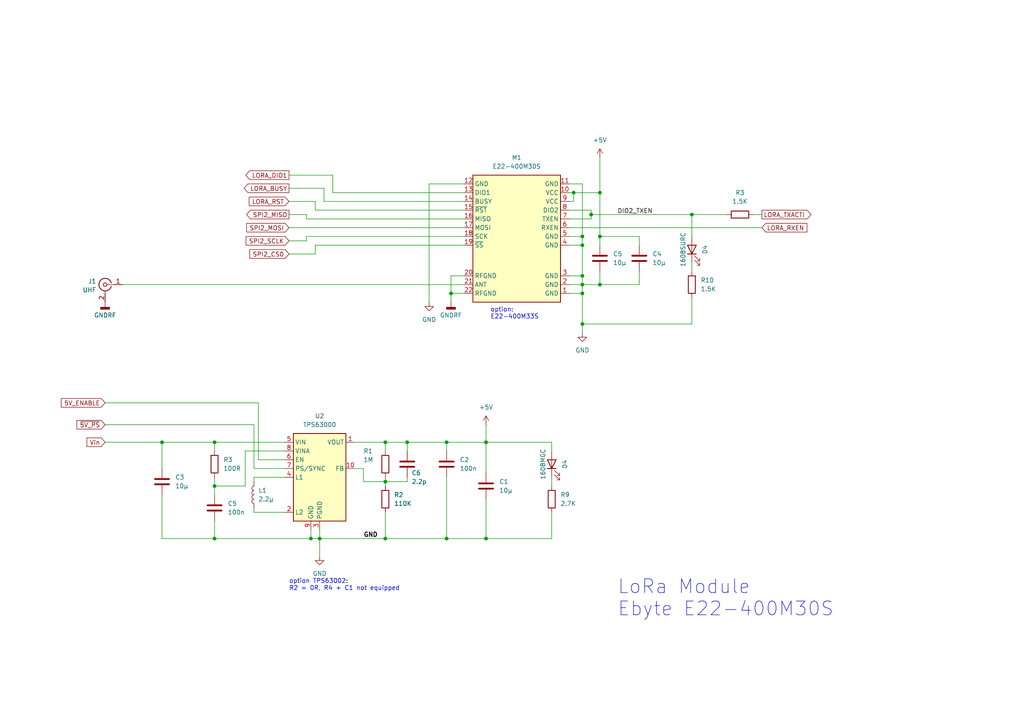
<source format=kicad_sch>
(kicad_sch (version 20230121) (generator eeschema)
  (paper "A4")
  (lib_symbols
    (symbol "Connector:Conn_Coaxial" (pin_names (offset 1.016) hide)
      (property "Reference" "J" (at 0.254 3.048 0))
      (property "Value" "Conn_Coaxial" (at 2.921 0 90))
      (symbol "Conn_Coaxial_0_1"
        (arc (start -1.778 -0.508) (mid 0.2311 -1.8066) (end 1.778 0) (stroke (width 0.254)))
        (polyline (pts (xy -2.54 0) (xy -0.508 0)))
        (polyline (pts (xy 0 -2.54) (xy 0 -1.778)))
        (circle (center 0 0) (radius 0.508) (stroke (width 0.2032)))
        (arc (start 1.778 0) (mid 0.2099 1.8101) (end -1.778 0.508) (stroke (width 0.254)))
      )
      (symbol "Conn_Coaxial_1_1"
        (pin passive line (at -5.08 0 0) (length 2.54) (name "In") (number "1"))
        (pin passive line (at 0 -5.08 90) (length 2.54) (name "Ext") (number "2"))
      )
    )
    (symbol "DO1FJN:E22-400M30S"
      (property "Reference" "M" (at -11.43 20.32 0))
      (property "Value" "E22-400M30S" (at -5.08 -19.05 0))
      (symbol "E22-400M30S_1_1"
        (rectangle (start -12.7 19.05) (end 12.7 -17.78) (stroke (width 0.25)) (fill (type background)))
        (pin power_in line (at 15.24 -15.24 180) (length 2.54) (name "GND") (number "1"))
        (pin power_in line (at 15.24 13.97 180) (length 2.54) (name "VCC") (number "10"))
        (pin power_in line (at 15.24 16.51 180) (length 2.54) (name "GND") (number "11"))
        (pin power_in line (at -15.24 16.51 0) (length 2.54) (name "GND") (number "12"))
        (pin bidirectional line (at -15.24 13.97 0) (length 2.54) (name "DIO1") (number "13"))
        (pin output line (at -15.24 11.43 0) (length 2.54) (name "BUSY") (number "14"))
        (pin input line (at -15.24 8.89 0) (length 2.54) (name "~{RST}") (number "15"))
        (pin output line (at -15.24 6.35 0) (length 2.54) (name "MISO") (number "16"))
        (pin input line (at -15.24 3.81 0) (length 2.54) (name "MOSI") (number "17"))
        (pin input line (at -15.24 1.27 0) (length 2.54) (name "SCK") (number "18"))
        (pin input line (at -15.24 -1.27 0) (length 2.54) (name "~{SS}") (number "19"))
        (pin power_in line (at 15.24 -12.7 180) (length 2.54) (name "GND") (number "2"))
        (pin power_in line (at -15.24 -10.16 0) (length 2.54) (name "RFGND") (number "20"))
        (pin passive line (at -15.24 -12.7 0) (length 2.54) (name "ANT") (number "21"))
        (pin power_in line (at -15.24 -15.24 0) (length 2.54) (name "RFGND") (number "22"))
        (pin power_in line (at 15.24 -10.16 180) (length 2.54) (name "GND") (number "3"))
        (pin power_in line (at 15.24 -1.27 180) (length 2.54) (name "GND") (number "4"))
        (pin power_in line (at 15.24 1.27 180) (length 2.54) (name "GND") (number "5"))
        (pin input line (at 15.24 3.81 180) (length 2.54) (name "RXEN") (number "6"))
        (pin input line (at 15.24 6.35 180) (length 2.54) (name "TXEN") (number "7"))
        (pin bidirectional line (at 15.24 8.89 180) (length 2.54) (name "DIO2") (number "8"))
        (pin power_in line (at 15.24 11.43 180) (length 2.54) (name "VCC") (number "9"))
      )
    )
    (symbol "DO1FJN:GNDRF" (power) (pin_names (offset 0))
      (property "Value" "GNDRF" (at 0 -3.175 0))
      (symbol "GNDRF_0_1"
        (rectangle (start -1.27 -1.524) (end 1.27 -2.032) (stroke (width 0.254)) (fill (type outline)))
        (polyline (pts (xy 0 0) (xy 0 -1.524)))
      )
      (symbol "GNDRF_1_1"
        (pin power_in line (at 0 0 270) (length 0) hide (name "GNDRF") (number "1"))
      )
    )
    (symbol "Device:C" (pin_numbers hide) (pin_names (offset 0.254))
      (property "Reference" "C" (at 0.635 2.54 0))
      (property "Value" "C" (at 0.635 -2.54 0))
      (symbol "C_0_1"
        (polyline (pts (xy -2.032 -0.762) (xy 2.032 -0.762)) (stroke (width 0.508)))
        (polyline (pts (xy -2.032 0.762) (xy 2.032 0.762)) (stroke (width 0.508)))
      )
      (symbol "C_1_1"
        (pin passive line (at 0 3.81 270) (length 2.794) (name "~") (number "1"))
        (pin passive line (at 0 -3.81 90) (length 2.794) (name "~") (number "2"))
      )
    )
    (symbol "Device:L" (pin_numbers hide) (pin_names (offset 1.016) hide)
      (property "Reference" "L" (at -1.27 0 90))
      (property "Value" "L" (at 1.905 0 90))
      (symbol "L_0_1"
        (arc (start 0 -2.54) (mid 0.6323 -1.905) (end 0 -1.27))
        (arc (start 0 -1.27) (mid 0.6323 -0.635) (end 0 0))
        (arc (start 0 0) (mid 0.6323 0.635) (end 0 1.27))
        (arc (start 0 1.27) (mid 0.6323 1.905) (end 0 2.54))
      )
      (symbol "L_1_1"
        (pin passive line (at 0 3.81 270) (length 1.27) (name "1") (number "1"))
        (pin passive line (at 0 -3.81 90) (length 1.27) (name "2") (number "2"))
      )
    )
    (symbol "Device:LED" (pin_numbers hide) (pin_names (offset 1.016) hide)
      (property "Reference" "D" (at 0 2.54 0))
      (property "Value" "LED" (at 0 -2.54 0))
      (symbol "LED_0_1"
        (polyline (pts (xy -1.27 -1.27) (xy -1.27 1.27)) (stroke (width 0.254)))
        (polyline (pts (xy -1.27 0) (xy 1.27 0)))
        (polyline (pts (xy 1.27 -1.27) (xy 1.27 1.27) (xy -1.27 0) (xy 1.27 -1.27)) (stroke (width 0.254)))
        (polyline (pts (xy -3.048 -0.762) (xy -4.572 -2.286) (xy -3.81 -2.286) (xy -4.572 -2.286) (xy -4.572 -1.524)))
        (polyline (pts (xy -1.778 -0.762) (xy -3.302 -2.286) (xy -2.54 -2.286) (xy -3.302 -2.286) (xy -3.302 -1.524)))
      )
      (symbol "LED_1_1"
        (pin passive line (at -3.81 0 0) (length 2.54) (name "K") (number "1"))
        (pin passive line (at 3.81 0 180) (length 2.54) (name "A") (number "2"))
      )
    )
    (symbol "Device:R" (pin_numbers hide) (pin_names (offset 0))
      (property "Reference" "R" (at 2.032 0 90))
      (property "Value" "R" (at 0 0 90))
      (symbol "R_0_1"
        (rectangle (start -1.016 -2.54) (end 1.016 2.54) (stroke (width 0.254)))
      )
      (symbol "R_1_1"
        (pin passive line (at 0 3.81 270) (length 1.27) (name "~") (number "1"))
        (pin passive line (at 0 -3.81 90) (length 1.27) (name "~") (number "2"))
      )
    )
    (symbol "Regulator_Switching:TPS63000"
      (property "Reference" "U" (at -7.62 13.97 0))
      (property "Value" "TPS63000" (at 5.08 13.97 0))
      (symbol "TPS63000_0_1"
        (rectangle (start -7.62 12.7) (end 7.62 -12.7) (stroke (width 0.254)) (fill (type background)))
      )
      (symbol "TPS63000_1_1"
        (pin power_out line (at 10.16 10.16 180) (length 2.54) (name "VOUT") (number "1"))
        (pin input line (at 10.16 2.54 180) (length 2.54) (name "FB") (number "10"))
        (pin passive line (at 0 -15.24 90) (length 2.54) hide (name "PGND") (number "11"))
        (pin input line (at -10.16 -10.16 0) (length 2.54) (name "L2") (number "2"))
        (pin power_in line (at 0 -15.24 90) (length 2.54) (name "PGND") (number "3"))
        (pin input line (at -10.16 0 0) (length 2.54) (name "L1") (number "4"))
        (pin power_in line (at -10.16 10.16 0) (length 2.54) (name "VIN") (number "5"))
        (pin input line (at -10.16 5.08 0) (length 2.54) (name "EN") (number "6"))
        (pin input line (at -10.16 2.54 0) (length 2.54) (name "PS/SYNC") (number "7"))
        (pin power_in line (at -10.16 7.62 0) (length 2.54) (name "VINA") (number "8"))
        (pin power_in line (at -2.54 -15.24 90) (length 2.54) (name "GND") (number "9"))
      )
    )
    (symbol "power:+5V" (power) (pin_names (offset 0))
      (property "Value" "+5V" (at 0 3.556 0))
      (symbol "+5V_0_1"
        (polyline (pts (xy -0.762 1.27) (xy 0 2.54)))
        (polyline (pts (xy 0 0) (xy 0 2.54)))
        (polyline (pts (xy 0 2.54) (xy 0.762 1.27)))
      )
      (symbol "+5V_1_1"
        (pin power_in line (at 0 0 90) (length 0) hide (name "+5V") (number "1"))
      )
    )
    (symbol "power:GND" (power) (pin_names (offset 0))
      (property "Value" "GND" (at 0 -3.81 0))
      (symbol "GND_0_1"
        (polyline (pts (xy 0 0) (xy 0 -1.27) (xy 1.27 -1.27) (xy 0 -2.54) (xy -1.27 -1.27) (xy 0 -1.27)))
      )
      (symbol "GND_1_1"
        (pin power_in line (at 0 0 270) (length 0) hide (name "GND") (number "1"))
      )
    )
  )
  (junction (at 140.97 156.21))
  (junction (at 129.54 128.27))
  (junction (at 90.17 156.21))
  (junction (at 62.23 156.21))
  (junction (at 111.76 139.7))
  (junction (at 168.91 71.12))
  (junction (at 130.81 85.09))
  (junction (at 173.99 55.88))
  (junction (at 111.76 128.27))
  (junction (at 200.66 62.23))
  (junction (at 168.91 93.98))
  (junction (at 118.11 128.27))
  (junction (at 46.99 128.27))
  (junction (at 168.91 82.55))
  (junction (at 168.91 68.58))
  (junction (at 62.23 140.97))
  (junction (at 62.23 128.27))
  (junction (at 173.99 82.55))
  (junction (at 140.97 128.27))
  (junction (at 111.76 156.21))
  (junction (at 92.71 156.21))
  (junction (at 166.37 55.88))
  (junction (at 173.99 68.58))
  (junction (at 168.91 85.09))
  (junction (at 129.54 156.21))
  (junction (at 168.91 80.01))
  (junction (at 171.45 62.23))
  (wire (pts (xy 111.76 156.21) (xy 129.54 156.21)))
  (wire (pts (xy 111.76 128.27) (xy 118.11 128.27)))
  (wire (pts (xy 160.02 138.43) (xy 160.02 140.97)))
  (wire (pts (xy 62.23 156.21) (xy 90.17 156.21)))
  (wire (pts (xy 168.91 85.09) (xy 168.91 82.55)))
  (wire (pts (xy 118.11 138.43) (xy 118.11 139.7)))
  (wire (pts (xy 111.76 138.43) (xy 111.76 139.7)))
  (wire (pts (xy 111.76 128.27) (xy 102.87 128.27)))
  (wire (pts (xy 82.55 135.89) (xy 73.66 135.89)))
  (wire (pts (xy 88.9 62.23) (xy 88.9 63.5)))
  (wire (pts (xy 46.99 128.27) (xy 62.23 128.27)))
  (wire (pts (xy 168.91 82.55) (xy 168.91 80.01)))
  (wire (pts (xy 46.99 128.27) (xy 46.99 135.89)))
  (wire (pts (xy 73.66 138.43) (xy 73.66 139.7)))
  (wire (pts (xy 168.91 71.12) (xy 168.91 80.01)))
  (wire (pts (xy 111.76 156.21) (xy 111.76 148.59)))
  (wire (pts (xy 173.99 45.72) (xy 173.99 55.88)))
  (wire (pts (xy 92.71 153.67) (xy 92.71 156.21)))
  (wire (pts (xy 140.97 144.78) (xy 140.97 156.21)))
  (wire (pts (xy 130.81 85.09) (xy 130.81 80.01)))
  (wire (pts (xy 71.12 130.81) (xy 71.12 140.97)))
  (wire (pts (xy 200.66 76.2) (xy 200.66 78.74)))
  (wire (pts (xy 168.91 53.34) (xy 168.91 68.58)))
  (wire (pts (xy 30.48 128.27) (xy 46.99 128.27)))
  (wire (pts (xy 166.37 55.88) (xy 173.99 55.88)))
  (wire (pts (xy 102.87 135.89) (xy 105.41 135.89)))
  (wire (pts (xy 82.55 138.43) (xy 73.66 138.43)))
  (wire (pts (xy 96.52 50.8) (xy 96.52 55.88)))
  (wire (pts (xy 90.17 156.21) (xy 92.71 156.21)))
  (wire (pts (xy 129.54 128.27) (xy 129.54 130.81)))
  (wire (pts (xy 91.44 73.66) (xy 91.44 71.12)))
  (wire (pts (xy 93.98 54.61) (xy 93.98 58.42)))
  (wire (pts (xy 165.1 68.58) (xy 168.91 68.58)))
  (wire (pts (xy 129.54 138.43) (xy 129.54 156.21)))
  (wire (pts (xy 218.44 62.23) (xy 220.98 62.23)))
  (wire (pts (xy 140.97 128.27) (xy 140.97 137.16)))
  (wire (pts (xy 91.44 71.12) (xy 134.62 71.12)))
  (wire (pts (xy 105.41 135.89) (xy 105.41 139.7)))
  (wire (pts (xy 93.98 58.42) (xy 134.62 58.42)))
  (wire (pts (xy 118.11 128.27) (xy 118.11 130.81)))
  (wire (pts (xy 62.23 151.13) (xy 62.23 156.21)))
  (wire (pts (xy 83.82 66.04) (xy 134.62 66.04)))
  (wire (pts (xy 71.12 130.81) (xy 82.55 130.81)))
  (wire (pts (xy 166.37 55.88) (xy 166.37 58.42)))
  (wire (pts (xy 165.1 58.42) (xy 166.37 58.42)))
  (wire (pts (xy 171.45 62.23) (xy 171.45 63.5)))
  (wire (pts (xy 30.48 116.84) (xy 74.93 116.84)))
  (wire (pts (xy 200.66 86.36) (xy 200.66 93.98)))
  (wire (pts (xy 88.9 68.58) (xy 134.62 68.58)))
  (wire (pts (xy 111.76 139.7) (xy 111.76 140.97)))
  (wire (pts (xy 35.56 82.55) (xy 134.62 82.55)))
  (wire (pts (xy 130.81 87.63) (xy 130.81 85.09)))
  (wire (pts (xy 73.66 135.89) (xy 73.66 123.19)))
  (wire (pts (xy 88.9 63.5) (xy 134.62 63.5)))
  (wire (pts (xy 165.1 85.09) (xy 168.91 85.09)))
  (wire (pts (xy 140.97 123.19) (xy 140.97 128.27)))
  (wire (pts (xy 173.99 68.58) (xy 185.42 68.58)))
  (wire (pts (xy 62.23 138.43) (xy 62.23 140.97)))
  (wire (pts (xy 118.11 128.27) (xy 129.54 128.27)))
  (wire (pts (xy 168.91 96.52) (xy 168.91 93.98)))
  (wire (pts (xy 83.82 50.8) (xy 96.52 50.8)))
  (wire (pts (xy 130.81 80.01) (xy 134.62 80.01)))
  (wire (pts (xy 200.66 62.23) (xy 200.66 68.58)))
  (wire (pts (xy 46.99 156.21) (xy 62.23 156.21)))
  (wire (pts (xy 124.46 53.34) (xy 134.62 53.34)))
  (wire (pts (xy 82.55 148.59) (xy 73.66 148.59)))
  (wire (pts (xy 171.45 63.5) (xy 165.1 63.5)))
  (wire (pts (xy 171.45 60.96) (xy 171.45 62.23)))
  (wire (pts (xy 30.48 123.19) (xy 73.66 123.19)))
  (wire (pts (xy 82.55 133.35) (xy 74.93 133.35)))
  (wire (pts (xy 91.44 58.42) (xy 91.44 60.96)))
  (wire (pts (xy 73.66 148.59) (xy 73.66 147.32)))
  (wire (pts (xy 83.82 58.42) (xy 91.44 58.42)))
  (wire (pts (xy 83.82 69.85) (xy 88.9 69.85)))
  (wire (pts (xy 91.44 60.96) (xy 134.62 60.96)))
  (wire (pts (xy 160.02 128.27) (xy 140.97 128.27)))
  (wire (pts (xy 165.1 80.01) (xy 168.91 80.01)))
  (wire (pts (xy 160.02 148.59) (xy 160.02 156.21)))
  (wire (pts (xy 165.1 55.88) (xy 166.37 55.88)))
  (wire (pts (xy 173.99 78.74) (xy 173.99 82.55)))
  (wire (pts (xy 71.12 140.97) (xy 62.23 140.97)))
  (wire (pts (xy 165.1 82.55) (xy 168.91 82.55)))
  (wire (pts (xy 92.71 156.21) (xy 111.76 156.21)))
  (wire (pts (xy 165.1 60.96) (xy 171.45 60.96)))
  (wire (pts (xy 124.46 53.34) (xy 124.46 87.63)))
  (wire (pts (xy 185.42 78.74) (xy 185.42 82.55)))
  (wire (pts (xy 83.82 54.61) (xy 93.98 54.61)))
  (wire (pts (xy 62.23 128.27) (xy 62.23 130.81)))
  (wire (pts (xy 171.45 62.23) (xy 200.66 62.23)))
  (wire (pts (xy 46.99 143.51) (xy 46.99 156.21)))
  (wire (pts (xy 200.66 93.98) (xy 168.91 93.98)))
  (wire (pts (xy 160.02 156.21) (xy 140.97 156.21)))
  (wire (pts (xy 130.81 85.09) (xy 134.62 85.09)))
  (wire (pts (xy 140.97 128.27) (xy 129.54 128.27)))
  (wire (pts (xy 165.1 66.04) (xy 220.98 66.04)))
  (wire (pts (xy 173.99 68.58) (xy 173.99 71.12)))
  (wire (pts (xy 140.97 156.21) (xy 129.54 156.21)))
  (wire (pts (xy 173.99 82.55) (xy 185.42 82.55)))
  (wire (pts (xy 111.76 139.7) (xy 118.11 139.7)))
  (wire (pts (xy 173.99 55.88) (xy 173.99 68.58)))
  (wire (pts (xy 200.66 62.23) (xy 210.82 62.23)))
  (wire (pts (xy 168.91 68.58) (xy 168.91 71.12)))
  (wire (pts (xy 90.17 153.67) (xy 90.17 156.21)))
  (wire (pts (xy 160.02 130.81) (xy 160.02 128.27)))
  (wire (pts (xy 96.52 55.88) (xy 134.62 55.88)))
  (wire (pts (xy 83.82 62.23) (xy 88.9 62.23)))
  (wire (pts (xy 62.23 128.27) (xy 82.55 128.27)))
  (wire (pts (xy 168.91 93.98) (xy 168.91 85.09)))
  (wire (pts (xy 111.76 128.27) (xy 111.76 130.81)))
  (wire (pts (xy 105.41 139.7) (xy 111.76 139.7)))
  (wire (pts (xy 74.93 133.35) (xy 74.93 116.84)))
  (wire (pts (xy 168.91 82.55) (xy 173.99 82.55)))
  (wire (pts (xy 168.91 53.34) (xy 165.1 53.34)))
  (wire (pts (xy 92.71 156.21) (xy 92.71 161.29)))
  (wire (pts (xy 185.42 71.12) (xy 185.42 68.58)))
  (wire (pts (xy 62.23 140.97) (xy 62.23 143.51)))
  (wire (pts (xy 88.9 69.85) (xy 88.9 68.58)))
  (wire (pts (xy 83.82 73.66) (xy 91.44 73.66)))
  (wire (pts (xy 165.1 71.12) (xy 168.91 71.12)))
  (text "LoRa Module\nEbyte E22-400M30S" (at 179.07 179.07 0) (effects (font (size 4 4)) (justify left bottom)))
  (text "option:\nE22-400M33S" (at 142.24 92.71 0) (effects (font (size 1.27 1.27)) (justify left bottom)))
  (text "option TPS63002:\nR2 = 0R, R4 + C1 not equipped\n" (at 83.82 171.45 0) (effects (font (size 1.27 1.27)) (justify left bottom)))
  (label "DIO2_TXEN" (at 179.07 62.23 0))
  (label "GND" (at 105.41 156.21 0) (effects (font bold)))
  (global_label "LORA_RXEN" (shape input) (at 220.98 66.04 0) (property "Intersheetrefs" "${INTERSHEET_REFS}" (effects hide)))
  (global_label "Vin" (shape input) (at 30.48 128.27 180) (property "Intersheetrefs" "${INTERSHEET_REFS}" (effects hide)))
  (global_label "LORA_BUSY" (shape output) (at 83.82 54.61 180) (property "Intersheetrefs" "${INTERSHEET_REFS}" (effects hide)))
  (global_label "SPI2_CS0" (shape input) (at 83.82 73.66 180) (property "Intersheetrefs" "${INTERSHEET_REFS}" (effects hide)))
  (global_label "SPI2_SCLK" (shape input) (at 83.82 69.85 180) (property "Intersheetrefs" "${INTERSHEET_REFS}" (effects hide)))
  (global_label "LORA_RST" (shape input) (at 83.82 58.42 180) (property "Intersheetrefs" "${INTERSHEET_REFS}" (effects hide)))
  (global_label "LORA_DIO1" (shape output) (at 83.82 50.8 180) (property "Intersheetrefs" "${INTERSHEET_REFS}" (effects hide)))
  (global_label "LORA_TXACTI" (shape output) (at 220.98 62.23 0) (property "Intersheetrefs" "${INTERSHEET_REFS}" (effects hide)))
  (global_label "SPI2_MISO" (shape output) (at 83.82 62.23 180) (property "Intersheetrefs" "${INTERSHEET_REFS}" (effects hide)))
  (global_label "5V_ENABLE" (shape input) (at 30.48 116.84 180) (property "Intersheetrefs" "${INTERSHEET_REFS}" (effects hide)))
  (global_label "~{5V_PS}" (shape input) (at 30.48 123.19 180) (property "Intersheetrefs" "${INTERSHEET_REFS}" (effects hide)))
  (global_label "SPI2_MOSI" (shape input) (at 83.82 66.04 180) (property "Intersheetrefs" "${INTERSHEET_REFS}" (effects hide)))
  (symbol (lib_id "DO1FJN:E22-400M30S") (at 149.86 69.85 0) (unit 1)
    (property "Reference" "M1" (at 149.86 45.72 0))
    (property "Value" "E22-400M30S" (at 149.86 48.26 0))
    (property "Footprint" "DO1FJN:E22-400M30S" (effects hide))
  )
  (symbol (lib_id "Device:R") (at 111.76 134.62 180) (unit 1)
    (property "Reference" "R1" (at 105.41 130.81 0) (effects (justify right)))
    (property "Value" "1M" (at 105.41 133.35 0) (effects (justify right)))
    (property "Footprint" "Resistor_SMD:R_0603_1608Metric" (effects hide))
    (instances (project "C2LoraGateway" (path "" (reference "R1") (unit 1)) (path "" (reference "R2") (unit 1)) (path "" (reference "R2") (unit 1))))
  )
  (symbol (lib_id "Device:R") (at 214.63 62.23 90) (unit 1)
    (property "Reference" "R3" (at 214.63 55.88 90))
    (property "Value" "1.5K" (at 214.63 58.42 90))
    (property "Footprint" "Resistor_SMD:R_0603_1608Metric" (effects hide))
  )
  (symbol (lib_id "Device:R") (at 62.23 134.62 180) (unit 1)
    (property "Reference" "R3" (at 64.77 133.35 0) (effects (justify right)))
    (property "Value" "100R" (at 64.77 135.89 0) (effects (justify right)))
    (property "Footprint" "Resistor_SMD:R_0603_1608Metric" (effects hide))
    (instances (project "C2LoraGateway" (path "" (reference "R3") (unit 1)) (path "" (reference "R1") (unit 1)) (path "" (reference "R8") (unit 1))))
  )
  (symbol (lib_id "Device:C") (at 129.54 134.62 0) (unit 1)
    (property "Reference" "C2" (at 133.35 133.35 0) (effects (justify left)))
    (property "Value" "100n" (at 133.35 135.89 0) (effects (justify left)))
    (property "Footprint" "Capacitor_SMD:C_0603_1608Metric" (effects hide))
    (instances (project "C2LoraGateway" (path "" (reference "C2") (unit 1)) (path "" (reference "C4") (unit 1)) (path "" (reference "C3") (unit 1))))
  )
  (symbol (lib_id "Device:LED") (at 200.66 72.39 90) (unit 1)
    (property "Reference" "D4" (at 204.47 72.39 0))
    (property "Value" "1608SURC" (at 198.12 72.39 0))
    (property "Footprint" "LED_SMD:LED_0603_1608Metric" (effects hide))
    (instances (project "C2LoraGateway" (path "" (reference "D4") (unit 1)) (path "" (reference "D1") (unit 1))))
  )
  (symbol (lib_id "Device:LED") (at 160.02 134.62 90) (unit 1)
    (property "Reference" "D4" (at 163.83 134.62 0))
    (property "Value" "1608MGC" (at 157.48 134.62 0))
    (property "Footprint" "LED_SMD:LED_0603_1608Metric" (effects hide))
    (instances (project "C2LoraGateway" (path "" (reference "D4") (unit 1)) (path "" (reference "D2") (unit 1))))
  )
  (symbol (lib_id "Device:C") (at 140.97 140.97 0) (unit 1)
    (property "Reference" "C1" (at 144.78 139.7 0) (effects (justify left)))
    (property "Value" "10µ" (at 144.78 142.24 0) (effects (justify left)))
    (property "Footprint" "Capacitor_SMD:C_1206_3216Metric" (effects hide))
    (instances (project "C2LoraGateway" (path "" (reference "C1") (unit 1)) (path "" (reference "C5") (unit 1)) (path "" (reference "C2") (unit 1))))
  )
  (symbol (lib_id "Device:C") (at 46.99 139.7 0) (unit 1)
    (property "Reference" "C3" (at 50.8 138.43 0) (effects (justify left)))
    (property "Value" "10µ" (at 50.8 140.97 0) (effects (justify left)))
    (property "Footprint" "Capacitor_SMD:C_1206_3216Metric" (effects hide))
    (instances (project "C2LoraGateway" (path "" (reference "C3") (unit 1)) (path "" (reference "C1") (unit 1)) (path "" (reference "C13") (unit 1))))
  )
  (symbol (lib_id "Device:C") (at 118.11 134.62 0) (unit 1)
    (property "Reference" "C6" (at 119.38 137.16 0) (effects (justify left)))
    (property "Value" "2.2p" (at 119.38 139.7 0) (effects (justify left)))
    (property "Footprint" "Capacitor_SMD:C_0805_2012Metric" (effects hide))
    (instances (project "C2LoraGateway" (path "" (reference "C6") (unit 1)) (path "" (reference "C3") (unit 1)) (path "" (reference "C1") (unit 1))))
  )
  (symbol (lib_id "DO1FJN:GNDRF") (at 30.48 87.63 0) (unit 1)
    (property "Reference" "#PWR014" (effects hide))
    (property "Value" "GNDRF" (at 30.48 91.44 0))
  )
  (symbol (lib_id "Device:R") (at 160.02 144.78 180) (unit 1)
    (property "Reference" "R9" (at 162.56 143.51 0) (effects (justify right)))
    (property "Value" "2.7K" (at 162.56 146.05 0) (effects (justify right)))
    (property "Footprint" "Resistor_SMD:R_0603_1608Metric" (effects hide))
  )
  (symbol (lib_id "Device:C") (at 185.42 74.93 0) (unit 1)
    (property "Reference" "C4" (at 189.23 73.66 0) (effects (justify left)))
    (property "Value" "10µ" (at 189.23 76.2 0) (effects (justify left)))
    (property "Footprint" "Capacitor_SMD:C_1206_3216Metric" (effects hide))
  )
  (symbol (lib_id "Device:C") (at 173.99 74.93 0) (unit 1)
    (property "Reference" "C5" (at 177.8 73.66 0) (effects (justify left)))
    (property "Value" "10µ" (at 177.8 76.2 0) (effects (justify left)))
    (property "Footprint" "Capacitor_SMD:C_1206_3216Metric" (effects hide))
  )
  (symbol (lib_id "power:GND") (at 92.71 161.29 0) (unit 1)
    (property "Reference" "#PWR03" (effects hide))
    (property "Value" "GND" (at 92.71 166.37 0))
    (instances (project "C2LoraGateway" (path "" (reference "#PWR03") (unit 1)) (path "" (reference "#PWR04") (unit 1)) (path "" (reference "#PWR023") (unit 1))))
  )
  (symbol (lib_id "power:+5V") (at 173.99 45.72 0) (unit 1)
    (property "Reference" "#PWR022" (effects hide))
    (property "Value" "+5V" (at 173.99 40.64 0))
  )
  (symbol (lib_id "DO1FJN:GNDRF") (at 130.81 87.63 0) (unit 1)
    (property "Reference" "#PWR019" (effects hide))
    (property "Value" "GNDRF" (at 130.81 91.44 0))
  )
  (symbol (lib_id "power:GND") (at 124.46 87.63 0) (unit 1)
    (property "Reference" "#PWR021" (effects hide))
    (property "Value" "GND" (at 124.46 92.71 0))
  )
  (symbol (lib_id "Device:C") (at 62.23 147.32 0) (unit 1)
    (property "Reference" "C5" (at 66.04 146.05 0) (effects (justify left)))
    (property "Value" "100n" (at 66.04 148.59 0) (effects (justify left)))
    (property "Footprint" "Capacitor_SMD:C_0603_1608Metric" (effects hide))
    (instances (project "C2LoraGateway" (path "" (reference "C5") (unit 1)) (path "" (reference "C2") (unit 1)) (path "" (reference "C10") (unit 1))))
  )
  (symbol (lib_id "Device:R") (at 200.66 82.55 180) (unit 1)
    (property "Reference" "R10" (at 203.2 81.28 0) (effects (justify right)))
    (property "Value" "1.5K" (at 203.2 83.82 0) (effects (justify right)))
    (property "Footprint" "Resistor_SMD:R_0603_1608Metric" (effects hide))
  )
  (symbol (lib_id "power:+5V") (at 140.97 123.19 0) (unit 1)
    (property "Reference" "#PWR024" (effects hide))
    (property "Value" "+5V" (at 140.97 118.11 0))
  )
  (symbol (lib_id "Regulator_Switching:TPS63000") (at 92.71 138.43 0) (unit 1)
    (property "Reference" "U2" (at 92.71 120.65 0))
    (property "Value" "TPS63000" (at 92.71 123.19 0))
    (property "Footprint" "Package_SON:Texas_DRC0010J" (effects hide))
    (property "Datasheet" "http://www.ti.com/lit/ds/symlink/tps63000.pdf" (effects hide))
    (instances (project "C2LoraGateway" (path "" (reference "U2") (unit 1)) (path "" (reference "U2") (unit 1)) (path "" (reference "U1") (unit 1))))
  )
  (symbol (lib_id "Device:R") (at 111.76 144.78 180) (unit 1)
    (property "Reference" "R2" (at 114.3 143.51 0) (effects (justify right)))
    (property "Value" "110K" (at 114.3 146.05 0) (effects (justify right)))
    (property "Footprint" "Resistor_SMD:R_1206_3216Metric" (effects hide))
    (instances (project "C2LoraGateway" (path "" (reference "R2") (unit 1)) (path "" (reference "R3") (unit 1)) (path "" (reference "R4") (unit 1))))
  )
  (symbol (lib_id "Device:L") (at 73.66 143.51 180) (unit 1)
    (property "Reference" "L1" (at 74.93 142.24 0) (effects (justify right)))
    (property "Value" "2.2µ" (at 74.93 144.78 0) (effects (justify right)))
    (property "Footprint" "Inductor_SMD:L_Changjiang_FNR6045S" (effects hide))
    (instances (project "C2LoraGateway" (path "" (reference "L1") (unit 1)) (path "" (reference "L1") (unit 1)) (path "" (reference "L2") (unit 1))))
  )
  (symbol (lib_id "power:GND") (at 168.91 96.52 0) (unit 1)
    (property "Reference" "#PWR020" (effects hide))
    (property "Value" "GND" (at 168.91 101.6 0))
  )
  (symbol (lib_id "Connector:Conn_Coaxial") (at 30.48 82.55 0) (mirror y) (unit 1)
    (property "Reference" "J1" (at 27.94 81.5732 0) (effects (justify left)))
    (property "Value" "UHF" (at 27.94 84.1132 0) (effects (justify left)))
    (property "Footprint" "Connector_Coaxial:SMA_Samtec_SMA-J-P-X-ST-EM1_EdgeMount" (effects hide))
    (property "Datasheet" " ~" (effects hide))
  )
)
</source>
